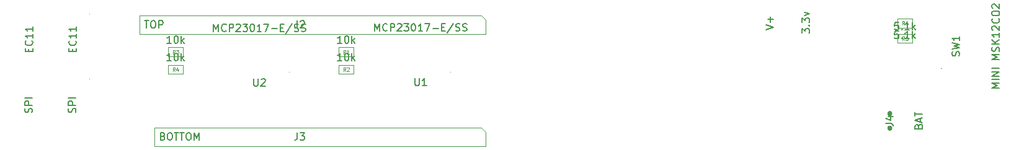
<source format=gbr>
G04 #@! TF.GenerationSoftware,KiCad,Pcbnew,8.0.3*
G04 #@! TF.CreationDate,2024-08-28T21:52:25+01:00*
G04 #@! TF.ProjectId,Seeed,53656565-642e-46b6-9963-61645f706362,rev?*
G04 #@! TF.SameCoordinates,Original*
G04 #@! TF.FileFunction,AssemblyDrawing,Top*
%FSLAX46Y46*%
G04 Gerber Fmt 4.6, Leading zero omitted, Abs format (unit mm)*
G04 Created by KiCad (PCBNEW 8.0.3) date 2024-08-28 21:52:25*
%MOMM*%
%LPD*%
G01*
G04 APERTURE LIST*
%ADD10C,0.150000*%
%ADD11C,0.080000*%
%ADD12C,0.100000*%
%ADD13C,0.060000*%
%ADD14C,0.350000*%
G04 APERTURE END LIST*
D10*
X119790476Y-98454819D02*
X120361904Y-98454819D01*
X120076190Y-99454819D02*
X120076190Y-98454819D01*
X120885714Y-98454819D02*
X121076190Y-98454819D01*
X121076190Y-98454819D02*
X121171428Y-98502438D01*
X121171428Y-98502438D02*
X121266666Y-98597676D01*
X121266666Y-98597676D02*
X121314285Y-98788152D01*
X121314285Y-98788152D02*
X121314285Y-99121485D01*
X121314285Y-99121485D02*
X121266666Y-99311961D01*
X121266666Y-99311961D02*
X121171428Y-99407200D01*
X121171428Y-99407200D02*
X121076190Y-99454819D01*
X121076190Y-99454819D02*
X120885714Y-99454819D01*
X120885714Y-99454819D02*
X120790476Y-99407200D01*
X120790476Y-99407200D02*
X120695238Y-99311961D01*
X120695238Y-99311961D02*
X120647619Y-99121485D01*
X120647619Y-99121485D02*
X120647619Y-98788152D01*
X120647619Y-98788152D02*
X120695238Y-98597676D01*
X120695238Y-98597676D02*
X120790476Y-98502438D01*
X120790476Y-98502438D02*
X120885714Y-98454819D01*
X121742857Y-99454819D02*
X121742857Y-98454819D01*
X121742857Y-98454819D02*
X122123809Y-98454819D01*
X122123809Y-98454819D02*
X122219047Y-98502438D01*
X122219047Y-98502438D02*
X122266666Y-98550057D01*
X122266666Y-98550057D02*
X122314285Y-98645295D01*
X122314285Y-98645295D02*
X122314285Y-98788152D01*
X122314285Y-98788152D02*
X122266666Y-98883390D01*
X122266666Y-98883390D02*
X122219047Y-98931009D01*
X122219047Y-98931009D02*
X122123809Y-98978628D01*
X122123809Y-98978628D02*
X121742857Y-98978628D01*
X140636665Y-98454819D02*
X140636665Y-99169104D01*
X140636665Y-99169104D02*
X140589046Y-99311961D01*
X140589046Y-99311961D02*
X140493808Y-99407200D01*
X140493808Y-99407200D02*
X140350951Y-99454819D01*
X140350951Y-99454819D02*
X140255713Y-99454819D01*
X141065237Y-98550057D02*
X141112856Y-98502438D01*
X141112856Y-98502438D02*
X141208094Y-98454819D01*
X141208094Y-98454819D02*
X141446189Y-98454819D01*
X141446189Y-98454819D02*
X141541427Y-98502438D01*
X141541427Y-98502438D02*
X141589046Y-98550057D01*
X141589046Y-98550057D02*
X141636665Y-98645295D01*
X141636665Y-98645295D02*
X141636665Y-98740533D01*
X141636665Y-98740533D02*
X141589046Y-98883390D01*
X141589046Y-98883390D02*
X141017618Y-99454819D01*
X141017618Y-99454819D02*
X141636665Y-99454819D01*
X104417200Y-110973808D02*
X104464819Y-110830951D01*
X104464819Y-110830951D02*
X104464819Y-110592856D01*
X104464819Y-110592856D02*
X104417200Y-110497618D01*
X104417200Y-110497618D02*
X104369580Y-110449999D01*
X104369580Y-110449999D02*
X104274342Y-110402380D01*
X104274342Y-110402380D02*
X104179104Y-110402380D01*
X104179104Y-110402380D02*
X104083866Y-110449999D01*
X104083866Y-110449999D02*
X104036247Y-110497618D01*
X104036247Y-110497618D02*
X103988628Y-110592856D01*
X103988628Y-110592856D02*
X103941009Y-110783332D01*
X103941009Y-110783332D02*
X103893390Y-110878570D01*
X103893390Y-110878570D02*
X103845771Y-110926189D01*
X103845771Y-110926189D02*
X103750533Y-110973808D01*
X103750533Y-110973808D02*
X103655295Y-110973808D01*
X103655295Y-110973808D02*
X103560057Y-110926189D01*
X103560057Y-110926189D02*
X103512438Y-110878570D01*
X103512438Y-110878570D02*
X103464819Y-110783332D01*
X103464819Y-110783332D02*
X103464819Y-110545237D01*
X103464819Y-110545237D02*
X103512438Y-110402380D01*
X104464819Y-109973808D02*
X103464819Y-109973808D01*
X103464819Y-109973808D02*
X103464819Y-109592856D01*
X103464819Y-109592856D02*
X103512438Y-109497618D01*
X103512438Y-109497618D02*
X103560057Y-109449999D01*
X103560057Y-109449999D02*
X103655295Y-109402380D01*
X103655295Y-109402380D02*
X103798152Y-109402380D01*
X103798152Y-109402380D02*
X103893390Y-109449999D01*
X103893390Y-109449999D02*
X103941009Y-109497618D01*
X103941009Y-109497618D02*
X103988628Y-109592856D01*
X103988628Y-109592856D02*
X103988628Y-109973808D01*
X104464819Y-108973808D02*
X103464819Y-108973808D01*
X110357200Y-110973808D02*
X110404819Y-110830951D01*
X110404819Y-110830951D02*
X110404819Y-110592856D01*
X110404819Y-110592856D02*
X110357200Y-110497618D01*
X110357200Y-110497618D02*
X110309580Y-110449999D01*
X110309580Y-110449999D02*
X110214342Y-110402380D01*
X110214342Y-110402380D02*
X110119104Y-110402380D01*
X110119104Y-110402380D02*
X110023866Y-110449999D01*
X110023866Y-110449999D02*
X109976247Y-110497618D01*
X109976247Y-110497618D02*
X109928628Y-110592856D01*
X109928628Y-110592856D02*
X109881009Y-110783332D01*
X109881009Y-110783332D02*
X109833390Y-110878570D01*
X109833390Y-110878570D02*
X109785771Y-110926189D01*
X109785771Y-110926189D02*
X109690533Y-110973808D01*
X109690533Y-110973808D02*
X109595295Y-110973808D01*
X109595295Y-110973808D02*
X109500057Y-110926189D01*
X109500057Y-110926189D02*
X109452438Y-110878570D01*
X109452438Y-110878570D02*
X109404819Y-110783332D01*
X109404819Y-110783332D02*
X109404819Y-110545237D01*
X109404819Y-110545237D02*
X109452438Y-110402380D01*
X110404819Y-109973808D02*
X109404819Y-109973808D01*
X109404819Y-109973808D02*
X109404819Y-109592856D01*
X109404819Y-109592856D02*
X109452438Y-109497618D01*
X109452438Y-109497618D02*
X109500057Y-109449999D01*
X109500057Y-109449999D02*
X109595295Y-109402380D01*
X109595295Y-109402380D02*
X109738152Y-109402380D01*
X109738152Y-109402380D02*
X109833390Y-109449999D01*
X109833390Y-109449999D02*
X109881009Y-109497618D01*
X109881009Y-109497618D02*
X109928628Y-109592856D01*
X109928628Y-109592856D02*
X109928628Y-109973808D01*
X110404819Y-108973808D02*
X109404819Y-108973808D01*
X103991009Y-102666666D02*
X103991009Y-102333333D01*
X104514819Y-102190476D02*
X104514819Y-102666666D01*
X104514819Y-102666666D02*
X103514819Y-102666666D01*
X103514819Y-102666666D02*
X103514819Y-102190476D01*
X104419580Y-101190476D02*
X104467200Y-101238095D01*
X104467200Y-101238095D02*
X104514819Y-101380952D01*
X104514819Y-101380952D02*
X104514819Y-101476190D01*
X104514819Y-101476190D02*
X104467200Y-101619047D01*
X104467200Y-101619047D02*
X104371961Y-101714285D01*
X104371961Y-101714285D02*
X104276723Y-101761904D01*
X104276723Y-101761904D02*
X104086247Y-101809523D01*
X104086247Y-101809523D02*
X103943390Y-101809523D01*
X103943390Y-101809523D02*
X103752914Y-101761904D01*
X103752914Y-101761904D02*
X103657676Y-101714285D01*
X103657676Y-101714285D02*
X103562438Y-101619047D01*
X103562438Y-101619047D02*
X103514819Y-101476190D01*
X103514819Y-101476190D02*
X103514819Y-101380952D01*
X103514819Y-101380952D02*
X103562438Y-101238095D01*
X103562438Y-101238095D02*
X103610057Y-101190476D01*
X104514819Y-100238095D02*
X104514819Y-100809523D01*
X104514819Y-100523809D02*
X103514819Y-100523809D01*
X103514819Y-100523809D02*
X103657676Y-100619047D01*
X103657676Y-100619047D02*
X103752914Y-100714285D01*
X103752914Y-100714285D02*
X103800533Y-100809523D01*
X104514819Y-99285714D02*
X104514819Y-99857142D01*
X104514819Y-99571428D02*
X103514819Y-99571428D01*
X103514819Y-99571428D02*
X103657676Y-99666666D01*
X103657676Y-99666666D02*
X103752914Y-99761904D01*
X103752914Y-99761904D02*
X103800533Y-99857142D01*
X109931009Y-102666666D02*
X109931009Y-102333333D01*
X110454819Y-102190476D02*
X110454819Y-102666666D01*
X110454819Y-102666666D02*
X109454819Y-102666666D01*
X109454819Y-102666666D02*
X109454819Y-102190476D01*
X110359580Y-101190476D02*
X110407200Y-101238095D01*
X110407200Y-101238095D02*
X110454819Y-101380952D01*
X110454819Y-101380952D02*
X110454819Y-101476190D01*
X110454819Y-101476190D02*
X110407200Y-101619047D01*
X110407200Y-101619047D02*
X110311961Y-101714285D01*
X110311961Y-101714285D02*
X110216723Y-101761904D01*
X110216723Y-101761904D02*
X110026247Y-101809523D01*
X110026247Y-101809523D02*
X109883390Y-101809523D01*
X109883390Y-101809523D02*
X109692914Y-101761904D01*
X109692914Y-101761904D02*
X109597676Y-101714285D01*
X109597676Y-101714285D02*
X109502438Y-101619047D01*
X109502438Y-101619047D02*
X109454819Y-101476190D01*
X109454819Y-101476190D02*
X109454819Y-101380952D01*
X109454819Y-101380952D02*
X109502438Y-101238095D01*
X109502438Y-101238095D02*
X109550057Y-101190476D01*
X110454819Y-100238095D02*
X110454819Y-100809523D01*
X110454819Y-100523809D02*
X109454819Y-100523809D01*
X109454819Y-100523809D02*
X109597676Y-100619047D01*
X109597676Y-100619047D02*
X109692914Y-100714285D01*
X109692914Y-100714285D02*
X109740533Y-100809523D01*
X110454819Y-99285714D02*
X110454819Y-99857142D01*
X110454819Y-99571428D02*
X109454819Y-99571428D01*
X109454819Y-99571428D02*
X109597676Y-99666666D01*
X109597676Y-99666666D02*
X109692914Y-99761904D01*
X109692914Y-99761904D02*
X109740533Y-99857142D01*
X225451009Y-112868095D02*
X225498628Y-112725238D01*
X225498628Y-112725238D02*
X225546247Y-112677619D01*
X225546247Y-112677619D02*
X225641485Y-112630000D01*
X225641485Y-112630000D02*
X225784342Y-112630000D01*
X225784342Y-112630000D02*
X225879580Y-112677619D01*
X225879580Y-112677619D02*
X225927200Y-112725238D01*
X225927200Y-112725238D02*
X225974819Y-112820476D01*
X225974819Y-112820476D02*
X225974819Y-113201428D01*
X225974819Y-113201428D02*
X224974819Y-113201428D01*
X224974819Y-113201428D02*
X224974819Y-112868095D01*
X224974819Y-112868095D02*
X225022438Y-112772857D01*
X225022438Y-112772857D02*
X225070057Y-112725238D01*
X225070057Y-112725238D02*
X225165295Y-112677619D01*
X225165295Y-112677619D02*
X225260533Y-112677619D01*
X225260533Y-112677619D02*
X225355771Y-112725238D01*
X225355771Y-112725238D02*
X225403390Y-112772857D01*
X225403390Y-112772857D02*
X225451009Y-112868095D01*
X225451009Y-112868095D02*
X225451009Y-113201428D01*
X225689104Y-112249047D02*
X225689104Y-111772857D01*
X225974819Y-112344285D02*
X224974819Y-112010952D01*
X224974819Y-112010952D02*
X225974819Y-111677619D01*
X224974819Y-111487142D02*
X224974819Y-110915714D01*
X225974819Y-111201428D02*
X224974819Y-111201428D01*
X220974819Y-112463333D02*
X221689104Y-112463333D01*
X221689104Y-112463333D02*
X221831961Y-112510952D01*
X221831961Y-112510952D02*
X221927200Y-112606190D01*
X221927200Y-112606190D02*
X221974819Y-112749047D01*
X221974819Y-112749047D02*
X221974819Y-112844285D01*
X221308152Y-111558571D02*
X221974819Y-111558571D01*
X220927200Y-111796666D02*
X221641485Y-112034761D01*
X221641485Y-112034761D02*
X221641485Y-111415714D01*
X146724761Y-103910019D02*
X146153333Y-103910019D01*
X146439047Y-103910019D02*
X146439047Y-102910019D01*
X146439047Y-102910019D02*
X146343809Y-103052876D01*
X146343809Y-103052876D02*
X146248571Y-103148114D01*
X146248571Y-103148114D02*
X146153333Y-103195733D01*
X147343809Y-102910019D02*
X147439047Y-102910019D01*
X147439047Y-102910019D02*
X147534285Y-102957638D01*
X147534285Y-102957638D02*
X147581904Y-103005257D01*
X147581904Y-103005257D02*
X147629523Y-103100495D01*
X147629523Y-103100495D02*
X147677142Y-103290971D01*
X147677142Y-103290971D02*
X147677142Y-103529066D01*
X147677142Y-103529066D02*
X147629523Y-103719542D01*
X147629523Y-103719542D02*
X147581904Y-103814780D01*
X147581904Y-103814780D02*
X147534285Y-103862400D01*
X147534285Y-103862400D02*
X147439047Y-103910019D01*
X147439047Y-103910019D02*
X147343809Y-103910019D01*
X147343809Y-103910019D02*
X147248571Y-103862400D01*
X147248571Y-103862400D02*
X147200952Y-103814780D01*
X147200952Y-103814780D02*
X147153333Y-103719542D01*
X147153333Y-103719542D02*
X147105714Y-103529066D01*
X147105714Y-103529066D02*
X147105714Y-103290971D01*
X147105714Y-103290971D02*
X147153333Y-103100495D01*
X147153333Y-103100495D02*
X147200952Y-103005257D01*
X147200952Y-103005257D02*
X147248571Y-102957638D01*
X147248571Y-102957638D02*
X147343809Y-102910019D01*
X148105714Y-103910019D02*
X148105714Y-102910019D01*
X148200952Y-103529066D02*
X148486666Y-103910019D01*
X148486666Y-103243352D02*
X148105714Y-103624304D01*
D11*
X147236666Y-105332349D02*
X147070000Y-105094254D01*
X146950952Y-105332349D02*
X146950952Y-104832349D01*
X146950952Y-104832349D02*
X147141428Y-104832349D01*
X147141428Y-104832349D02*
X147189047Y-104856159D01*
X147189047Y-104856159D02*
X147212857Y-104879968D01*
X147212857Y-104879968D02*
X147236666Y-104927587D01*
X147236666Y-104927587D02*
X147236666Y-104999016D01*
X147236666Y-104999016D02*
X147212857Y-105046635D01*
X147212857Y-105046635D02*
X147189047Y-105070444D01*
X147189047Y-105070444D02*
X147141428Y-105094254D01*
X147141428Y-105094254D02*
X146950952Y-105094254D01*
X147427143Y-104879968D02*
X147450952Y-104856159D01*
X147450952Y-104856159D02*
X147498571Y-104832349D01*
X147498571Y-104832349D02*
X147617619Y-104832349D01*
X147617619Y-104832349D02*
X147665238Y-104856159D01*
X147665238Y-104856159D02*
X147689047Y-104879968D01*
X147689047Y-104879968D02*
X147712857Y-104927587D01*
X147712857Y-104927587D02*
X147712857Y-104975206D01*
X147712857Y-104975206D02*
X147689047Y-105046635D01*
X147689047Y-105046635D02*
X147403333Y-105332349D01*
X147403333Y-105332349D02*
X147712857Y-105332349D01*
D10*
X222709047Y-98674819D02*
X222232857Y-98674819D01*
X222232857Y-98674819D02*
X222185238Y-99151009D01*
X222185238Y-99151009D02*
X222232857Y-99103390D01*
X222232857Y-99103390D02*
X222328095Y-99055771D01*
X222328095Y-99055771D02*
X222566190Y-99055771D01*
X222566190Y-99055771D02*
X222661428Y-99103390D01*
X222661428Y-99103390D02*
X222709047Y-99151009D01*
X222709047Y-99151009D02*
X222756666Y-99246247D01*
X222756666Y-99246247D02*
X222756666Y-99484342D01*
X222756666Y-99484342D02*
X222709047Y-99579580D01*
X222709047Y-99579580D02*
X222661428Y-99627200D01*
X222661428Y-99627200D02*
X222566190Y-99674819D01*
X222566190Y-99674819D02*
X222328095Y-99674819D01*
X222328095Y-99674819D02*
X222232857Y-99627200D01*
X222232857Y-99627200D02*
X222185238Y-99579580D01*
X223185238Y-99579580D02*
X223232857Y-99627200D01*
X223232857Y-99627200D02*
X223185238Y-99674819D01*
X223185238Y-99674819D02*
X223137619Y-99627200D01*
X223137619Y-99627200D02*
X223185238Y-99579580D01*
X223185238Y-99579580D02*
X223185238Y-99674819D01*
X224185237Y-99674819D02*
X223613809Y-99674819D01*
X223899523Y-99674819D02*
X223899523Y-98674819D01*
X223899523Y-98674819D02*
X223804285Y-98817676D01*
X223804285Y-98817676D02*
X223709047Y-98912914D01*
X223709047Y-98912914D02*
X223613809Y-98960533D01*
X224613809Y-99674819D02*
X224613809Y-98674819D01*
X224709047Y-99293866D02*
X224994761Y-99674819D01*
X224994761Y-99008152D02*
X224613809Y-99389104D01*
D11*
X223506666Y-101097149D02*
X223340000Y-100859054D01*
X223220952Y-101097149D02*
X223220952Y-100597149D01*
X223220952Y-100597149D02*
X223411428Y-100597149D01*
X223411428Y-100597149D02*
X223459047Y-100620959D01*
X223459047Y-100620959D02*
X223482857Y-100644768D01*
X223482857Y-100644768D02*
X223506666Y-100692387D01*
X223506666Y-100692387D02*
X223506666Y-100763816D01*
X223506666Y-100763816D02*
X223482857Y-100811435D01*
X223482857Y-100811435D02*
X223459047Y-100835244D01*
X223459047Y-100835244D02*
X223411428Y-100859054D01*
X223411428Y-100859054D02*
X223220952Y-100859054D01*
X223959047Y-100597149D02*
X223720952Y-100597149D01*
X223720952Y-100597149D02*
X223697143Y-100835244D01*
X223697143Y-100835244D02*
X223720952Y-100811435D01*
X223720952Y-100811435D02*
X223768571Y-100787625D01*
X223768571Y-100787625D02*
X223887619Y-100787625D01*
X223887619Y-100787625D02*
X223935238Y-100811435D01*
X223935238Y-100811435D02*
X223959047Y-100835244D01*
X223959047Y-100835244D02*
X223982857Y-100882863D01*
X223982857Y-100882863D02*
X223982857Y-101001911D01*
X223982857Y-101001911D02*
X223959047Y-101049530D01*
X223959047Y-101049530D02*
X223935238Y-101073340D01*
X223935238Y-101073340D02*
X223887619Y-101097149D01*
X223887619Y-101097149D02*
X223768571Y-101097149D01*
X223768571Y-101097149D02*
X223720952Y-101073340D01*
X223720952Y-101073340D02*
X223697143Y-101049530D01*
D10*
X123432361Y-103910019D02*
X122860933Y-103910019D01*
X123146647Y-103910019D02*
X123146647Y-102910019D01*
X123146647Y-102910019D02*
X123051409Y-103052876D01*
X123051409Y-103052876D02*
X122956171Y-103148114D01*
X122956171Y-103148114D02*
X122860933Y-103195733D01*
X124051409Y-102910019D02*
X124146647Y-102910019D01*
X124146647Y-102910019D02*
X124241885Y-102957638D01*
X124241885Y-102957638D02*
X124289504Y-103005257D01*
X124289504Y-103005257D02*
X124337123Y-103100495D01*
X124337123Y-103100495D02*
X124384742Y-103290971D01*
X124384742Y-103290971D02*
X124384742Y-103529066D01*
X124384742Y-103529066D02*
X124337123Y-103719542D01*
X124337123Y-103719542D02*
X124289504Y-103814780D01*
X124289504Y-103814780D02*
X124241885Y-103862400D01*
X124241885Y-103862400D02*
X124146647Y-103910019D01*
X124146647Y-103910019D02*
X124051409Y-103910019D01*
X124051409Y-103910019D02*
X123956171Y-103862400D01*
X123956171Y-103862400D02*
X123908552Y-103814780D01*
X123908552Y-103814780D02*
X123860933Y-103719542D01*
X123860933Y-103719542D02*
X123813314Y-103529066D01*
X123813314Y-103529066D02*
X123813314Y-103290971D01*
X123813314Y-103290971D02*
X123860933Y-103100495D01*
X123860933Y-103100495D02*
X123908552Y-103005257D01*
X123908552Y-103005257D02*
X123956171Y-102957638D01*
X123956171Y-102957638D02*
X124051409Y-102910019D01*
X124813314Y-103910019D02*
X124813314Y-102910019D01*
X124908552Y-103529066D02*
X125194266Y-103910019D01*
X125194266Y-103243352D02*
X124813314Y-103624304D01*
D11*
X123944266Y-105332349D02*
X123777600Y-105094254D01*
X123658552Y-105332349D02*
X123658552Y-104832349D01*
X123658552Y-104832349D02*
X123849028Y-104832349D01*
X123849028Y-104832349D02*
X123896647Y-104856159D01*
X123896647Y-104856159D02*
X123920457Y-104879968D01*
X123920457Y-104879968D02*
X123944266Y-104927587D01*
X123944266Y-104927587D02*
X123944266Y-104999016D01*
X123944266Y-104999016D02*
X123920457Y-105046635D01*
X123920457Y-105046635D02*
X123896647Y-105070444D01*
X123896647Y-105070444D02*
X123849028Y-105094254D01*
X123849028Y-105094254D02*
X123658552Y-105094254D01*
X124372838Y-104999016D02*
X124372838Y-105332349D01*
X124253790Y-104808540D02*
X124134743Y-105165682D01*
X124134743Y-105165682D02*
X124444266Y-105165682D01*
D10*
X151218095Y-99854818D02*
X151218095Y-98854818D01*
X151218095Y-98854818D02*
X151551428Y-99569103D01*
X151551428Y-99569103D02*
X151884761Y-98854818D01*
X151884761Y-98854818D02*
X151884761Y-99854818D01*
X152932380Y-99759579D02*
X152884761Y-99807199D01*
X152884761Y-99807199D02*
X152741904Y-99854818D01*
X152741904Y-99854818D02*
X152646666Y-99854818D01*
X152646666Y-99854818D02*
X152503809Y-99807199D01*
X152503809Y-99807199D02*
X152408571Y-99711960D01*
X152408571Y-99711960D02*
X152360952Y-99616722D01*
X152360952Y-99616722D02*
X152313333Y-99426246D01*
X152313333Y-99426246D02*
X152313333Y-99283389D01*
X152313333Y-99283389D02*
X152360952Y-99092913D01*
X152360952Y-99092913D02*
X152408571Y-98997675D01*
X152408571Y-98997675D02*
X152503809Y-98902437D01*
X152503809Y-98902437D02*
X152646666Y-98854818D01*
X152646666Y-98854818D02*
X152741904Y-98854818D01*
X152741904Y-98854818D02*
X152884761Y-98902437D01*
X152884761Y-98902437D02*
X152932380Y-98950056D01*
X153360952Y-99854818D02*
X153360952Y-98854818D01*
X153360952Y-98854818D02*
X153741904Y-98854818D01*
X153741904Y-98854818D02*
X153837142Y-98902437D01*
X153837142Y-98902437D02*
X153884761Y-98950056D01*
X153884761Y-98950056D02*
X153932380Y-99045294D01*
X153932380Y-99045294D02*
X153932380Y-99188151D01*
X153932380Y-99188151D02*
X153884761Y-99283389D01*
X153884761Y-99283389D02*
X153837142Y-99331008D01*
X153837142Y-99331008D02*
X153741904Y-99378627D01*
X153741904Y-99378627D02*
X153360952Y-99378627D01*
X154313333Y-98950056D02*
X154360952Y-98902437D01*
X154360952Y-98902437D02*
X154456190Y-98854818D01*
X154456190Y-98854818D02*
X154694285Y-98854818D01*
X154694285Y-98854818D02*
X154789523Y-98902437D01*
X154789523Y-98902437D02*
X154837142Y-98950056D01*
X154837142Y-98950056D02*
X154884761Y-99045294D01*
X154884761Y-99045294D02*
X154884761Y-99140532D01*
X154884761Y-99140532D02*
X154837142Y-99283389D01*
X154837142Y-99283389D02*
X154265714Y-99854818D01*
X154265714Y-99854818D02*
X154884761Y-99854818D01*
X155218095Y-98854818D02*
X155837142Y-98854818D01*
X155837142Y-98854818D02*
X155503809Y-99235770D01*
X155503809Y-99235770D02*
X155646666Y-99235770D01*
X155646666Y-99235770D02*
X155741904Y-99283389D01*
X155741904Y-99283389D02*
X155789523Y-99331008D01*
X155789523Y-99331008D02*
X155837142Y-99426246D01*
X155837142Y-99426246D02*
X155837142Y-99664341D01*
X155837142Y-99664341D02*
X155789523Y-99759579D01*
X155789523Y-99759579D02*
X155741904Y-99807199D01*
X155741904Y-99807199D02*
X155646666Y-99854818D01*
X155646666Y-99854818D02*
X155360952Y-99854818D01*
X155360952Y-99854818D02*
X155265714Y-99807199D01*
X155265714Y-99807199D02*
X155218095Y-99759579D01*
X156456190Y-98854818D02*
X156551428Y-98854818D01*
X156551428Y-98854818D02*
X156646666Y-98902437D01*
X156646666Y-98902437D02*
X156694285Y-98950056D01*
X156694285Y-98950056D02*
X156741904Y-99045294D01*
X156741904Y-99045294D02*
X156789523Y-99235770D01*
X156789523Y-99235770D02*
X156789523Y-99473865D01*
X156789523Y-99473865D02*
X156741904Y-99664341D01*
X156741904Y-99664341D02*
X156694285Y-99759579D01*
X156694285Y-99759579D02*
X156646666Y-99807199D01*
X156646666Y-99807199D02*
X156551428Y-99854818D01*
X156551428Y-99854818D02*
X156456190Y-99854818D01*
X156456190Y-99854818D02*
X156360952Y-99807199D01*
X156360952Y-99807199D02*
X156313333Y-99759579D01*
X156313333Y-99759579D02*
X156265714Y-99664341D01*
X156265714Y-99664341D02*
X156218095Y-99473865D01*
X156218095Y-99473865D02*
X156218095Y-99235770D01*
X156218095Y-99235770D02*
X156265714Y-99045294D01*
X156265714Y-99045294D02*
X156313333Y-98950056D01*
X156313333Y-98950056D02*
X156360952Y-98902437D01*
X156360952Y-98902437D02*
X156456190Y-98854818D01*
X157741904Y-99854818D02*
X157170476Y-99854818D01*
X157456190Y-99854818D02*
X157456190Y-98854818D01*
X157456190Y-98854818D02*
X157360952Y-98997675D01*
X157360952Y-98997675D02*
X157265714Y-99092913D01*
X157265714Y-99092913D02*
X157170476Y-99140532D01*
X158075238Y-98854818D02*
X158741904Y-98854818D01*
X158741904Y-98854818D02*
X158313333Y-99854818D01*
X159122857Y-99473865D02*
X159884762Y-99473865D01*
X160360952Y-99331008D02*
X160694285Y-99331008D01*
X160837142Y-99854818D02*
X160360952Y-99854818D01*
X160360952Y-99854818D02*
X160360952Y-98854818D01*
X160360952Y-98854818D02*
X160837142Y-98854818D01*
X161979999Y-98807199D02*
X161122857Y-100092913D01*
X162265714Y-99807199D02*
X162408571Y-99854818D01*
X162408571Y-99854818D02*
X162646666Y-99854818D01*
X162646666Y-99854818D02*
X162741904Y-99807199D01*
X162741904Y-99807199D02*
X162789523Y-99759579D01*
X162789523Y-99759579D02*
X162837142Y-99664341D01*
X162837142Y-99664341D02*
X162837142Y-99569103D01*
X162837142Y-99569103D02*
X162789523Y-99473865D01*
X162789523Y-99473865D02*
X162741904Y-99426246D01*
X162741904Y-99426246D02*
X162646666Y-99378627D01*
X162646666Y-99378627D02*
X162456190Y-99331008D01*
X162456190Y-99331008D02*
X162360952Y-99283389D01*
X162360952Y-99283389D02*
X162313333Y-99235770D01*
X162313333Y-99235770D02*
X162265714Y-99140532D01*
X162265714Y-99140532D02*
X162265714Y-99045294D01*
X162265714Y-99045294D02*
X162313333Y-98950056D01*
X162313333Y-98950056D02*
X162360952Y-98902437D01*
X162360952Y-98902437D02*
X162456190Y-98854818D01*
X162456190Y-98854818D02*
X162694285Y-98854818D01*
X162694285Y-98854818D02*
X162837142Y-98902437D01*
X163218095Y-99807199D02*
X163360952Y-99854818D01*
X163360952Y-99854818D02*
X163599047Y-99854818D01*
X163599047Y-99854818D02*
X163694285Y-99807199D01*
X163694285Y-99807199D02*
X163741904Y-99759579D01*
X163741904Y-99759579D02*
X163789523Y-99664341D01*
X163789523Y-99664341D02*
X163789523Y-99569103D01*
X163789523Y-99569103D02*
X163741904Y-99473865D01*
X163741904Y-99473865D02*
X163694285Y-99426246D01*
X163694285Y-99426246D02*
X163599047Y-99378627D01*
X163599047Y-99378627D02*
X163408571Y-99331008D01*
X163408571Y-99331008D02*
X163313333Y-99283389D01*
X163313333Y-99283389D02*
X163265714Y-99235770D01*
X163265714Y-99235770D02*
X163218095Y-99140532D01*
X163218095Y-99140532D02*
X163218095Y-99045294D01*
X163218095Y-99045294D02*
X163265714Y-98950056D01*
X163265714Y-98950056D02*
X163313333Y-98902437D01*
X163313333Y-98902437D02*
X163408571Y-98854818D01*
X163408571Y-98854818D02*
X163646666Y-98854818D01*
X163646666Y-98854818D02*
X163789523Y-98902437D01*
X156718095Y-106314819D02*
X156718095Y-107124342D01*
X156718095Y-107124342D02*
X156765714Y-107219580D01*
X156765714Y-107219580D02*
X156813333Y-107267200D01*
X156813333Y-107267200D02*
X156908571Y-107314819D01*
X156908571Y-107314819D02*
X157099047Y-107314819D01*
X157099047Y-107314819D02*
X157194285Y-107267200D01*
X157194285Y-107267200D02*
X157241904Y-107219580D01*
X157241904Y-107219580D02*
X157289523Y-107124342D01*
X157289523Y-107124342D02*
X157289523Y-106314819D01*
X158289523Y-107314819D02*
X157718095Y-107314819D01*
X158003809Y-107314819D02*
X158003809Y-106314819D01*
X158003809Y-106314819D02*
X157908571Y-106457676D01*
X157908571Y-106457676D02*
X157813333Y-106552914D01*
X157813333Y-106552914D02*
X157718095Y-106600533D01*
X146724761Y-101522419D02*
X146153333Y-101522419D01*
X146439047Y-101522419D02*
X146439047Y-100522419D01*
X146439047Y-100522419D02*
X146343809Y-100665276D01*
X146343809Y-100665276D02*
X146248571Y-100760514D01*
X146248571Y-100760514D02*
X146153333Y-100808133D01*
X147343809Y-100522419D02*
X147439047Y-100522419D01*
X147439047Y-100522419D02*
X147534285Y-100570038D01*
X147534285Y-100570038D02*
X147581904Y-100617657D01*
X147581904Y-100617657D02*
X147629523Y-100712895D01*
X147629523Y-100712895D02*
X147677142Y-100903371D01*
X147677142Y-100903371D02*
X147677142Y-101141466D01*
X147677142Y-101141466D02*
X147629523Y-101331942D01*
X147629523Y-101331942D02*
X147581904Y-101427180D01*
X147581904Y-101427180D02*
X147534285Y-101474800D01*
X147534285Y-101474800D02*
X147439047Y-101522419D01*
X147439047Y-101522419D02*
X147343809Y-101522419D01*
X147343809Y-101522419D02*
X147248571Y-101474800D01*
X147248571Y-101474800D02*
X147200952Y-101427180D01*
X147200952Y-101427180D02*
X147153333Y-101331942D01*
X147153333Y-101331942D02*
X147105714Y-101141466D01*
X147105714Y-101141466D02*
X147105714Y-100903371D01*
X147105714Y-100903371D02*
X147153333Y-100712895D01*
X147153333Y-100712895D02*
X147200952Y-100617657D01*
X147200952Y-100617657D02*
X147248571Y-100570038D01*
X147248571Y-100570038D02*
X147343809Y-100522419D01*
X148105714Y-101522419D02*
X148105714Y-100522419D01*
X148200952Y-101141466D02*
X148486666Y-101522419D01*
X148486666Y-100855752D02*
X148105714Y-101236704D01*
D11*
X147236666Y-102944749D02*
X147070000Y-102706654D01*
X146950952Y-102944749D02*
X146950952Y-102444749D01*
X146950952Y-102444749D02*
X147141428Y-102444749D01*
X147141428Y-102444749D02*
X147189047Y-102468559D01*
X147189047Y-102468559D02*
X147212857Y-102492368D01*
X147212857Y-102492368D02*
X147236666Y-102539987D01*
X147236666Y-102539987D02*
X147236666Y-102611416D01*
X147236666Y-102611416D02*
X147212857Y-102659035D01*
X147212857Y-102659035D02*
X147189047Y-102682844D01*
X147189047Y-102682844D02*
X147141428Y-102706654D01*
X147141428Y-102706654D02*
X146950952Y-102706654D01*
X147712857Y-102944749D02*
X147427143Y-102944749D01*
X147570000Y-102944749D02*
X147570000Y-102444749D01*
X147570000Y-102444749D02*
X147522381Y-102516178D01*
X147522381Y-102516178D02*
X147474762Y-102563797D01*
X147474762Y-102563797D02*
X147427143Y-102587606D01*
D10*
X123432361Y-101522419D02*
X122860933Y-101522419D01*
X123146647Y-101522419D02*
X123146647Y-100522419D01*
X123146647Y-100522419D02*
X123051409Y-100665276D01*
X123051409Y-100665276D02*
X122956171Y-100760514D01*
X122956171Y-100760514D02*
X122860933Y-100808133D01*
X124051409Y-100522419D02*
X124146647Y-100522419D01*
X124146647Y-100522419D02*
X124241885Y-100570038D01*
X124241885Y-100570038D02*
X124289504Y-100617657D01*
X124289504Y-100617657D02*
X124337123Y-100712895D01*
X124337123Y-100712895D02*
X124384742Y-100903371D01*
X124384742Y-100903371D02*
X124384742Y-101141466D01*
X124384742Y-101141466D02*
X124337123Y-101331942D01*
X124337123Y-101331942D02*
X124289504Y-101427180D01*
X124289504Y-101427180D02*
X124241885Y-101474800D01*
X124241885Y-101474800D02*
X124146647Y-101522419D01*
X124146647Y-101522419D02*
X124051409Y-101522419D01*
X124051409Y-101522419D02*
X123956171Y-101474800D01*
X123956171Y-101474800D02*
X123908552Y-101427180D01*
X123908552Y-101427180D02*
X123860933Y-101331942D01*
X123860933Y-101331942D02*
X123813314Y-101141466D01*
X123813314Y-101141466D02*
X123813314Y-100903371D01*
X123813314Y-100903371D02*
X123860933Y-100712895D01*
X123860933Y-100712895D02*
X123908552Y-100617657D01*
X123908552Y-100617657D02*
X123956171Y-100570038D01*
X123956171Y-100570038D02*
X124051409Y-100522419D01*
X124813314Y-101522419D02*
X124813314Y-100522419D01*
X124908552Y-101141466D02*
X125194266Y-101522419D01*
X125194266Y-100855752D02*
X124813314Y-101236704D01*
D11*
X123944266Y-102944749D02*
X123777600Y-102706654D01*
X123658552Y-102944749D02*
X123658552Y-102444749D01*
X123658552Y-102444749D02*
X123849028Y-102444749D01*
X123849028Y-102444749D02*
X123896647Y-102468559D01*
X123896647Y-102468559D02*
X123920457Y-102492368D01*
X123920457Y-102492368D02*
X123944266Y-102539987D01*
X123944266Y-102539987D02*
X123944266Y-102611416D01*
X123944266Y-102611416D02*
X123920457Y-102659035D01*
X123920457Y-102659035D02*
X123896647Y-102682844D01*
X123896647Y-102682844D02*
X123849028Y-102706654D01*
X123849028Y-102706654D02*
X123658552Y-102706654D01*
X124110933Y-102444749D02*
X124420457Y-102444749D01*
X124420457Y-102444749D02*
X124253790Y-102635225D01*
X124253790Y-102635225D02*
X124325219Y-102635225D01*
X124325219Y-102635225D02*
X124372838Y-102659035D01*
X124372838Y-102659035D02*
X124396647Y-102682844D01*
X124396647Y-102682844D02*
X124420457Y-102730463D01*
X124420457Y-102730463D02*
X124420457Y-102849511D01*
X124420457Y-102849511D02*
X124396647Y-102897130D01*
X124396647Y-102897130D02*
X124372838Y-102920940D01*
X124372838Y-102920940D02*
X124325219Y-102944749D01*
X124325219Y-102944749D02*
X124182362Y-102944749D01*
X124182362Y-102944749D02*
X124134743Y-102920940D01*
X124134743Y-102920940D02*
X124110933Y-102897130D01*
D10*
X236474819Y-107634284D02*
X235474819Y-107634284D01*
X235474819Y-107634284D02*
X236189104Y-107300951D01*
X236189104Y-107300951D02*
X235474819Y-106967618D01*
X235474819Y-106967618D02*
X236474819Y-106967618D01*
X236474819Y-106491427D02*
X235474819Y-106491427D01*
X236474819Y-106015237D02*
X235474819Y-106015237D01*
X235474819Y-106015237D02*
X236474819Y-105443809D01*
X236474819Y-105443809D02*
X235474819Y-105443809D01*
X236474819Y-104967618D02*
X235474819Y-104967618D01*
X236474819Y-103729523D02*
X235474819Y-103729523D01*
X235474819Y-103729523D02*
X236189104Y-103396190D01*
X236189104Y-103396190D02*
X235474819Y-103062857D01*
X235474819Y-103062857D02*
X236474819Y-103062857D01*
X236427200Y-102634285D02*
X236474819Y-102491428D01*
X236474819Y-102491428D02*
X236474819Y-102253333D01*
X236474819Y-102253333D02*
X236427200Y-102158095D01*
X236427200Y-102158095D02*
X236379580Y-102110476D01*
X236379580Y-102110476D02*
X236284342Y-102062857D01*
X236284342Y-102062857D02*
X236189104Y-102062857D01*
X236189104Y-102062857D02*
X236093866Y-102110476D01*
X236093866Y-102110476D02*
X236046247Y-102158095D01*
X236046247Y-102158095D02*
X235998628Y-102253333D01*
X235998628Y-102253333D02*
X235951009Y-102443809D01*
X235951009Y-102443809D02*
X235903390Y-102539047D01*
X235903390Y-102539047D02*
X235855771Y-102586666D01*
X235855771Y-102586666D02*
X235760533Y-102634285D01*
X235760533Y-102634285D02*
X235665295Y-102634285D01*
X235665295Y-102634285D02*
X235570057Y-102586666D01*
X235570057Y-102586666D02*
X235522438Y-102539047D01*
X235522438Y-102539047D02*
X235474819Y-102443809D01*
X235474819Y-102443809D02*
X235474819Y-102205714D01*
X235474819Y-102205714D02*
X235522438Y-102062857D01*
X236474819Y-101634285D02*
X235474819Y-101634285D01*
X236474819Y-101062857D02*
X235903390Y-101491428D01*
X235474819Y-101062857D02*
X236046247Y-101634285D01*
X236474819Y-100110476D02*
X236474819Y-100681904D01*
X236474819Y-100396190D02*
X235474819Y-100396190D01*
X235474819Y-100396190D02*
X235617676Y-100491428D01*
X235617676Y-100491428D02*
X235712914Y-100586666D01*
X235712914Y-100586666D02*
X235760533Y-100681904D01*
X235570057Y-99729523D02*
X235522438Y-99681904D01*
X235522438Y-99681904D02*
X235474819Y-99586666D01*
X235474819Y-99586666D02*
X235474819Y-99348571D01*
X235474819Y-99348571D02*
X235522438Y-99253333D01*
X235522438Y-99253333D02*
X235570057Y-99205714D01*
X235570057Y-99205714D02*
X235665295Y-99158095D01*
X235665295Y-99158095D02*
X235760533Y-99158095D01*
X235760533Y-99158095D02*
X235903390Y-99205714D01*
X235903390Y-99205714D02*
X236474819Y-99777142D01*
X236474819Y-99777142D02*
X236474819Y-99158095D01*
X236379580Y-98158095D02*
X236427200Y-98205714D01*
X236427200Y-98205714D02*
X236474819Y-98348571D01*
X236474819Y-98348571D02*
X236474819Y-98443809D01*
X236474819Y-98443809D02*
X236427200Y-98586666D01*
X236427200Y-98586666D02*
X236331961Y-98681904D01*
X236331961Y-98681904D02*
X236236723Y-98729523D01*
X236236723Y-98729523D02*
X236046247Y-98777142D01*
X236046247Y-98777142D02*
X235903390Y-98777142D01*
X235903390Y-98777142D02*
X235712914Y-98729523D01*
X235712914Y-98729523D02*
X235617676Y-98681904D01*
X235617676Y-98681904D02*
X235522438Y-98586666D01*
X235522438Y-98586666D02*
X235474819Y-98443809D01*
X235474819Y-98443809D02*
X235474819Y-98348571D01*
X235474819Y-98348571D02*
X235522438Y-98205714D01*
X235522438Y-98205714D02*
X235570057Y-98158095D01*
X235474819Y-97539047D02*
X235474819Y-97348571D01*
X235474819Y-97348571D02*
X235522438Y-97253333D01*
X235522438Y-97253333D02*
X235617676Y-97158095D01*
X235617676Y-97158095D02*
X235808152Y-97110476D01*
X235808152Y-97110476D02*
X236141485Y-97110476D01*
X236141485Y-97110476D02*
X236331961Y-97158095D01*
X236331961Y-97158095D02*
X236427200Y-97253333D01*
X236427200Y-97253333D02*
X236474819Y-97348571D01*
X236474819Y-97348571D02*
X236474819Y-97539047D01*
X236474819Y-97539047D02*
X236427200Y-97634285D01*
X236427200Y-97634285D02*
X236331961Y-97729523D01*
X236331961Y-97729523D02*
X236141485Y-97777142D01*
X236141485Y-97777142D02*
X235808152Y-97777142D01*
X235808152Y-97777142D02*
X235617676Y-97729523D01*
X235617676Y-97729523D02*
X235522438Y-97634285D01*
X235522438Y-97634285D02*
X235474819Y-97539047D01*
X235570057Y-96729523D02*
X235522438Y-96681904D01*
X235522438Y-96681904D02*
X235474819Y-96586666D01*
X235474819Y-96586666D02*
X235474819Y-96348571D01*
X235474819Y-96348571D02*
X235522438Y-96253333D01*
X235522438Y-96253333D02*
X235570057Y-96205714D01*
X235570057Y-96205714D02*
X235665295Y-96158095D01*
X235665295Y-96158095D02*
X235760533Y-96158095D01*
X235760533Y-96158095D02*
X235903390Y-96205714D01*
X235903390Y-96205714D02*
X236474819Y-96777142D01*
X236474819Y-96777142D02*
X236474819Y-96158095D01*
X230977200Y-103253332D02*
X231024819Y-103110475D01*
X231024819Y-103110475D02*
X231024819Y-102872380D01*
X231024819Y-102872380D02*
X230977200Y-102777142D01*
X230977200Y-102777142D02*
X230929580Y-102729523D01*
X230929580Y-102729523D02*
X230834342Y-102681904D01*
X230834342Y-102681904D02*
X230739104Y-102681904D01*
X230739104Y-102681904D02*
X230643866Y-102729523D01*
X230643866Y-102729523D02*
X230596247Y-102777142D01*
X230596247Y-102777142D02*
X230548628Y-102872380D01*
X230548628Y-102872380D02*
X230501009Y-103062856D01*
X230501009Y-103062856D02*
X230453390Y-103158094D01*
X230453390Y-103158094D02*
X230405771Y-103205713D01*
X230405771Y-103205713D02*
X230310533Y-103253332D01*
X230310533Y-103253332D02*
X230215295Y-103253332D01*
X230215295Y-103253332D02*
X230120057Y-103205713D01*
X230120057Y-103205713D02*
X230072438Y-103158094D01*
X230072438Y-103158094D02*
X230024819Y-103062856D01*
X230024819Y-103062856D02*
X230024819Y-102824761D01*
X230024819Y-102824761D02*
X230072438Y-102681904D01*
X230024819Y-102348570D02*
X231024819Y-102110475D01*
X231024819Y-102110475D02*
X230310533Y-101919999D01*
X230310533Y-101919999D02*
X231024819Y-101729523D01*
X231024819Y-101729523D02*
X230024819Y-101491428D01*
X231024819Y-100586666D02*
X231024819Y-101158094D01*
X231024819Y-100872380D02*
X230024819Y-100872380D01*
X230024819Y-100872380D02*
X230167676Y-100967618D01*
X230167676Y-100967618D02*
X230262914Y-101062856D01*
X230262914Y-101062856D02*
X230310533Y-101158094D01*
X209564819Y-100138570D02*
X209564819Y-99519523D01*
X209564819Y-99519523D02*
X209945771Y-99852856D01*
X209945771Y-99852856D02*
X209945771Y-99709999D01*
X209945771Y-99709999D02*
X209993390Y-99614761D01*
X209993390Y-99614761D02*
X210041009Y-99567142D01*
X210041009Y-99567142D02*
X210136247Y-99519523D01*
X210136247Y-99519523D02*
X210374342Y-99519523D01*
X210374342Y-99519523D02*
X210469580Y-99567142D01*
X210469580Y-99567142D02*
X210517200Y-99614761D01*
X210517200Y-99614761D02*
X210564819Y-99709999D01*
X210564819Y-99709999D02*
X210564819Y-99995713D01*
X210564819Y-99995713D02*
X210517200Y-100090951D01*
X210517200Y-100090951D02*
X210469580Y-100138570D01*
X210469580Y-99090951D02*
X210517200Y-99043332D01*
X210517200Y-99043332D02*
X210564819Y-99090951D01*
X210564819Y-99090951D02*
X210517200Y-99138570D01*
X210517200Y-99138570D02*
X210469580Y-99090951D01*
X210469580Y-99090951D02*
X210564819Y-99090951D01*
X209564819Y-98709999D02*
X209564819Y-98090952D01*
X209564819Y-98090952D02*
X209945771Y-98424285D01*
X209945771Y-98424285D02*
X209945771Y-98281428D01*
X209945771Y-98281428D02*
X209993390Y-98186190D01*
X209993390Y-98186190D02*
X210041009Y-98138571D01*
X210041009Y-98138571D02*
X210136247Y-98090952D01*
X210136247Y-98090952D02*
X210374342Y-98090952D01*
X210374342Y-98090952D02*
X210469580Y-98138571D01*
X210469580Y-98138571D02*
X210517200Y-98186190D01*
X210517200Y-98186190D02*
X210564819Y-98281428D01*
X210564819Y-98281428D02*
X210564819Y-98567142D01*
X210564819Y-98567142D02*
X210517200Y-98662380D01*
X210517200Y-98662380D02*
X210469580Y-98709999D01*
X209898152Y-97757618D02*
X210564819Y-97519523D01*
X210564819Y-97519523D02*
X209898152Y-97281428D01*
X204614819Y-99662380D02*
X205614819Y-99329047D01*
X205614819Y-99329047D02*
X204614819Y-98995714D01*
X205233866Y-98662380D02*
X205233866Y-97900476D01*
X205614819Y-98281428D02*
X204852914Y-98281428D01*
X122290476Y-114231009D02*
X122433333Y-114278628D01*
X122433333Y-114278628D02*
X122480952Y-114326247D01*
X122480952Y-114326247D02*
X122528571Y-114421485D01*
X122528571Y-114421485D02*
X122528571Y-114564342D01*
X122528571Y-114564342D02*
X122480952Y-114659580D01*
X122480952Y-114659580D02*
X122433333Y-114707200D01*
X122433333Y-114707200D02*
X122338095Y-114754819D01*
X122338095Y-114754819D02*
X121957143Y-114754819D01*
X121957143Y-114754819D02*
X121957143Y-113754819D01*
X121957143Y-113754819D02*
X122290476Y-113754819D01*
X122290476Y-113754819D02*
X122385714Y-113802438D01*
X122385714Y-113802438D02*
X122433333Y-113850057D01*
X122433333Y-113850057D02*
X122480952Y-113945295D01*
X122480952Y-113945295D02*
X122480952Y-114040533D01*
X122480952Y-114040533D02*
X122433333Y-114135771D01*
X122433333Y-114135771D02*
X122385714Y-114183390D01*
X122385714Y-114183390D02*
X122290476Y-114231009D01*
X122290476Y-114231009D02*
X121957143Y-114231009D01*
X123147619Y-113754819D02*
X123338095Y-113754819D01*
X123338095Y-113754819D02*
X123433333Y-113802438D01*
X123433333Y-113802438D02*
X123528571Y-113897676D01*
X123528571Y-113897676D02*
X123576190Y-114088152D01*
X123576190Y-114088152D02*
X123576190Y-114421485D01*
X123576190Y-114421485D02*
X123528571Y-114611961D01*
X123528571Y-114611961D02*
X123433333Y-114707200D01*
X123433333Y-114707200D02*
X123338095Y-114754819D01*
X123338095Y-114754819D02*
X123147619Y-114754819D01*
X123147619Y-114754819D02*
X123052381Y-114707200D01*
X123052381Y-114707200D02*
X122957143Y-114611961D01*
X122957143Y-114611961D02*
X122909524Y-114421485D01*
X122909524Y-114421485D02*
X122909524Y-114088152D01*
X122909524Y-114088152D02*
X122957143Y-113897676D01*
X122957143Y-113897676D02*
X123052381Y-113802438D01*
X123052381Y-113802438D02*
X123147619Y-113754819D01*
X123861905Y-113754819D02*
X124433333Y-113754819D01*
X124147619Y-114754819D02*
X124147619Y-113754819D01*
X124623810Y-113754819D02*
X125195238Y-113754819D01*
X124909524Y-114754819D02*
X124909524Y-113754819D01*
X125719048Y-113754819D02*
X125909524Y-113754819D01*
X125909524Y-113754819D02*
X126004762Y-113802438D01*
X126004762Y-113802438D02*
X126100000Y-113897676D01*
X126100000Y-113897676D02*
X126147619Y-114088152D01*
X126147619Y-114088152D02*
X126147619Y-114421485D01*
X126147619Y-114421485D02*
X126100000Y-114611961D01*
X126100000Y-114611961D02*
X126004762Y-114707200D01*
X126004762Y-114707200D02*
X125909524Y-114754819D01*
X125909524Y-114754819D02*
X125719048Y-114754819D01*
X125719048Y-114754819D02*
X125623810Y-114707200D01*
X125623810Y-114707200D02*
X125528572Y-114611961D01*
X125528572Y-114611961D02*
X125480953Y-114421485D01*
X125480953Y-114421485D02*
X125480953Y-114088152D01*
X125480953Y-114088152D02*
X125528572Y-113897676D01*
X125528572Y-113897676D02*
X125623810Y-113802438D01*
X125623810Y-113802438D02*
X125719048Y-113754819D01*
X126576191Y-114754819D02*
X126576191Y-113754819D01*
X126576191Y-113754819D02*
X126909524Y-114469104D01*
X126909524Y-114469104D02*
X127242857Y-113754819D01*
X127242857Y-113754819D02*
X127242857Y-114754819D01*
X140636665Y-113754819D02*
X140636665Y-114469104D01*
X140636665Y-114469104D02*
X140589046Y-114611961D01*
X140589046Y-114611961D02*
X140493808Y-114707200D01*
X140493808Y-114707200D02*
X140350951Y-114754819D01*
X140350951Y-114754819D02*
X140255713Y-114754819D01*
X141017618Y-113754819D02*
X141636665Y-113754819D01*
X141636665Y-113754819D02*
X141303332Y-114135771D01*
X141303332Y-114135771D02*
X141446189Y-114135771D01*
X141446189Y-114135771D02*
X141541427Y-114183390D01*
X141541427Y-114183390D02*
X141589046Y-114231009D01*
X141589046Y-114231009D02*
X141636665Y-114326247D01*
X141636665Y-114326247D02*
X141636665Y-114564342D01*
X141636665Y-114564342D02*
X141589046Y-114659580D01*
X141589046Y-114659580D02*
X141541427Y-114707200D01*
X141541427Y-114707200D02*
X141446189Y-114754819D01*
X141446189Y-114754819D02*
X141160475Y-114754819D01*
X141160475Y-114754819D02*
X141065237Y-114707200D01*
X141065237Y-114707200D02*
X141017618Y-114659580D01*
X222709047Y-99894819D02*
X222232857Y-99894819D01*
X222232857Y-99894819D02*
X222185238Y-100371009D01*
X222185238Y-100371009D02*
X222232857Y-100323390D01*
X222232857Y-100323390D02*
X222328095Y-100275771D01*
X222328095Y-100275771D02*
X222566190Y-100275771D01*
X222566190Y-100275771D02*
X222661428Y-100323390D01*
X222661428Y-100323390D02*
X222709047Y-100371009D01*
X222709047Y-100371009D02*
X222756666Y-100466247D01*
X222756666Y-100466247D02*
X222756666Y-100704342D01*
X222756666Y-100704342D02*
X222709047Y-100799580D01*
X222709047Y-100799580D02*
X222661428Y-100847200D01*
X222661428Y-100847200D02*
X222566190Y-100894819D01*
X222566190Y-100894819D02*
X222328095Y-100894819D01*
X222328095Y-100894819D02*
X222232857Y-100847200D01*
X222232857Y-100847200D02*
X222185238Y-100799580D01*
X223185238Y-100799580D02*
X223232857Y-100847200D01*
X223232857Y-100847200D02*
X223185238Y-100894819D01*
X223185238Y-100894819D02*
X223137619Y-100847200D01*
X223137619Y-100847200D02*
X223185238Y-100799580D01*
X223185238Y-100799580D02*
X223185238Y-100894819D01*
X224185237Y-100894819D02*
X223613809Y-100894819D01*
X223899523Y-100894819D02*
X223899523Y-99894819D01*
X223899523Y-99894819D02*
X223804285Y-100037676D01*
X223804285Y-100037676D02*
X223709047Y-100132914D01*
X223709047Y-100132914D02*
X223613809Y-100180533D01*
X224613809Y-100894819D02*
X224613809Y-99894819D01*
X224709047Y-100513866D02*
X224994761Y-100894819D01*
X224994761Y-100228152D02*
X224613809Y-100609104D01*
D11*
X223506666Y-99017149D02*
X223340000Y-98779054D01*
X223220952Y-99017149D02*
X223220952Y-98517149D01*
X223220952Y-98517149D02*
X223411428Y-98517149D01*
X223411428Y-98517149D02*
X223459047Y-98540959D01*
X223459047Y-98540959D02*
X223482857Y-98564768D01*
X223482857Y-98564768D02*
X223506666Y-98612387D01*
X223506666Y-98612387D02*
X223506666Y-98683816D01*
X223506666Y-98683816D02*
X223482857Y-98731435D01*
X223482857Y-98731435D02*
X223459047Y-98755244D01*
X223459047Y-98755244D02*
X223411428Y-98779054D01*
X223411428Y-98779054D02*
X223220952Y-98779054D01*
X223935238Y-98517149D02*
X223840000Y-98517149D01*
X223840000Y-98517149D02*
X223792381Y-98540959D01*
X223792381Y-98540959D02*
X223768571Y-98564768D01*
X223768571Y-98564768D02*
X223720952Y-98636197D01*
X223720952Y-98636197D02*
X223697143Y-98731435D01*
X223697143Y-98731435D02*
X223697143Y-98921911D01*
X223697143Y-98921911D02*
X223720952Y-98969530D01*
X223720952Y-98969530D02*
X223744762Y-98993340D01*
X223744762Y-98993340D02*
X223792381Y-99017149D01*
X223792381Y-99017149D02*
X223887619Y-99017149D01*
X223887619Y-99017149D02*
X223935238Y-98993340D01*
X223935238Y-98993340D02*
X223959047Y-98969530D01*
X223959047Y-98969530D02*
X223982857Y-98921911D01*
X223982857Y-98921911D02*
X223982857Y-98802863D01*
X223982857Y-98802863D02*
X223959047Y-98755244D01*
X223959047Y-98755244D02*
X223935238Y-98731435D01*
X223935238Y-98731435D02*
X223887619Y-98707625D01*
X223887619Y-98707625D02*
X223792381Y-98707625D01*
X223792381Y-98707625D02*
X223744762Y-98731435D01*
X223744762Y-98731435D02*
X223720952Y-98755244D01*
X223720952Y-98755244D02*
X223697143Y-98802863D01*
D10*
X129208095Y-99914818D02*
X129208095Y-98914818D01*
X129208095Y-98914818D02*
X129541428Y-99629103D01*
X129541428Y-99629103D02*
X129874761Y-98914818D01*
X129874761Y-98914818D02*
X129874761Y-99914818D01*
X130922380Y-99819579D02*
X130874761Y-99867199D01*
X130874761Y-99867199D02*
X130731904Y-99914818D01*
X130731904Y-99914818D02*
X130636666Y-99914818D01*
X130636666Y-99914818D02*
X130493809Y-99867199D01*
X130493809Y-99867199D02*
X130398571Y-99771960D01*
X130398571Y-99771960D02*
X130350952Y-99676722D01*
X130350952Y-99676722D02*
X130303333Y-99486246D01*
X130303333Y-99486246D02*
X130303333Y-99343389D01*
X130303333Y-99343389D02*
X130350952Y-99152913D01*
X130350952Y-99152913D02*
X130398571Y-99057675D01*
X130398571Y-99057675D02*
X130493809Y-98962437D01*
X130493809Y-98962437D02*
X130636666Y-98914818D01*
X130636666Y-98914818D02*
X130731904Y-98914818D01*
X130731904Y-98914818D02*
X130874761Y-98962437D01*
X130874761Y-98962437D02*
X130922380Y-99010056D01*
X131350952Y-99914818D02*
X131350952Y-98914818D01*
X131350952Y-98914818D02*
X131731904Y-98914818D01*
X131731904Y-98914818D02*
X131827142Y-98962437D01*
X131827142Y-98962437D02*
X131874761Y-99010056D01*
X131874761Y-99010056D02*
X131922380Y-99105294D01*
X131922380Y-99105294D02*
X131922380Y-99248151D01*
X131922380Y-99248151D02*
X131874761Y-99343389D01*
X131874761Y-99343389D02*
X131827142Y-99391008D01*
X131827142Y-99391008D02*
X131731904Y-99438627D01*
X131731904Y-99438627D02*
X131350952Y-99438627D01*
X132303333Y-99010056D02*
X132350952Y-98962437D01*
X132350952Y-98962437D02*
X132446190Y-98914818D01*
X132446190Y-98914818D02*
X132684285Y-98914818D01*
X132684285Y-98914818D02*
X132779523Y-98962437D01*
X132779523Y-98962437D02*
X132827142Y-99010056D01*
X132827142Y-99010056D02*
X132874761Y-99105294D01*
X132874761Y-99105294D02*
X132874761Y-99200532D01*
X132874761Y-99200532D02*
X132827142Y-99343389D01*
X132827142Y-99343389D02*
X132255714Y-99914818D01*
X132255714Y-99914818D02*
X132874761Y-99914818D01*
X133208095Y-98914818D02*
X133827142Y-98914818D01*
X133827142Y-98914818D02*
X133493809Y-99295770D01*
X133493809Y-99295770D02*
X133636666Y-99295770D01*
X133636666Y-99295770D02*
X133731904Y-99343389D01*
X133731904Y-99343389D02*
X133779523Y-99391008D01*
X133779523Y-99391008D02*
X133827142Y-99486246D01*
X133827142Y-99486246D02*
X133827142Y-99724341D01*
X133827142Y-99724341D02*
X133779523Y-99819579D01*
X133779523Y-99819579D02*
X133731904Y-99867199D01*
X133731904Y-99867199D02*
X133636666Y-99914818D01*
X133636666Y-99914818D02*
X133350952Y-99914818D01*
X133350952Y-99914818D02*
X133255714Y-99867199D01*
X133255714Y-99867199D02*
X133208095Y-99819579D01*
X134446190Y-98914818D02*
X134541428Y-98914818D01*
X134541428Y-98914818D02*
X134636666Y-98962437D01*
X134636666Y-98962437D02*
X134684285Y-99010056D01*
X134684285Y-99010056D02*
X134731904Y-99105294D01*
X134731904Y-99105294D02*
X134779523Y-99295770D01*
X134779523Y-99295770D02*
X134779523Y-99533865D01*
X134779523Y-99533865D02*
X134731904Y-99724341D01*
X134731904Y-99724341D02*
X134684285Y-99819579D01*
X134684285Y-99819579D02*
X134636666Y-99867199D01*
X134636666Y-99867199D02*
X134541428Y-99914818D01*
X134541428Y-99914818D02*
X134446190Y-99914818D01*
X134446190Y-99914818D02*
X134350952Y-99867199D01*
X134350952Y-99867199D02*
X134303333Y-99819579D01*
X134303333Y-99819579D02*
X134255714Y-99724341D01*
X134255714Y-99724341D02*
X134208095Y-99533865D01*
X134208095Y-99533865D02*
X134208095Y-99295770D01*
X134208095Y-99295770D02*
X134255714Y-99105294D01*
X134255714Y-99105294D02*
X134303333Y-99010056D01*
X134303333Y-99010056D02*
X134350952Y-98962437D01*
X134350952Y-98962437D02*
X134446190Y-98914818D01*
X135731904Y-99914818D02*
X135160476Y-99914818D01*
X135446190Y-99914818D02*
X135446190Y-98914818D01*
X135446190Y-98914818D02*
X135350952Y-99057675D01*
X135350952Y-99057675D02*
X135255714Y-99152913D01*
X135255714Y-99152913D02*
X135160476Y-99200532D01*
X136065238Y-98914818D02*
X136731904Y-98914818D01*
X136731904Y-98914818D02*
X136303333Y-99914818D01*
X137112857Y-99533865D02*
X137874762Y-99533865D01*
X138350952Y-99391008D02*
X138684285Y-99391008D01*
X138827142Y-99914818D02*
X138350952Y-99914818D01*
X138350952Y-99914818D02*
X138350952Y-98914818D01*
X138350952Y-98914818D02*
X138827142Y-98914818D01*
X139969999Y-98867199D02*
X139112857Y-100152913D01*
X140255714Y-99867199D02*
X140398571Y-99914818D01*
X140398571Y-99914818D02*
X140636666Y-99914818D01*
X140636666Y-99914818D02*
X140731904Y-99867199D01*
X140731904Y-99867199D02*
X140779523Y-99819579D01*
X140779523Y-99819579D02*
X140827142Y-99724341D01*
X140827142Y-99724341D02*
X140827142Y-99629103D01*
X140827142Y-99629103D02*
X140779523Y-99533865D01*
X140779523Y-99533865D02*
X140731904Y-99486246D01*
X140731904Y-99486246D02*
X140636666Y-99438627D01*
X140636666Y-99438627D02*
X140446190Y-99391008D01*
X140446190Y-99391008D02*
X140350952Y-99343389D01*
X140350952Y-99343389D02*
X140303333Y-99295770D01*
X140303333Y-99295770D02*
X140255714Y-99200532D01*
X140255714Y-99200532D02*
X140255714Y-99105294D01*
X140255714Y-99105294D02*
X140303333Y-99010056D01*
X140303333Y-99010056D02*
X140350952Y-98962437D01*
X140350952Y-98962437D02*
X140446190Y-98914818D01*
X140446190Y-98914818D02*
X140684285Y-98914818D01*
X140684285Y-98914818D02*
X140827142Y-98962437D01*
X141208095Y-99867199D02*
X141350952Y-99914818D01*
X141350952Y-99914818D02*
X141589047Y-99914818D01*
X141589047Y-99914818D02*
X141684285Y-99867199D01*
X141684285Y-99867199D02*
X141731904Y-99819579D01*
X141731904Y-99819579D02*
X141779523Y-99724341D01*
X141779523Y-99724341D02*
X141779523Y-99629103D01*
X141779523Y-99629103D02*
X141731904Y-99533865D01*
X141731904Y-99533865D02*
X141684285Y-99486246D01*
X141684285Y-99486246D02*
X141589047Y-99438627D01*
X141589047Y-99438627D02*
X141398571Y-99391008D01*
X141398571Y-99391008D02*
X141303333Y-99343389D01*
X141303333Y-99343389D02*
X141255714Y-99295770D01*
X141255714Y-99295770D02*
X141208095Y-99200532D01*
X141208095Y-99200532D02*
X141208095Y-99105294D01*
X141208095Y-99105294D02*
X141255714Y-99010056D01*
X141255714Y-99010056D02*
X141303333Y-98962437D01*
X141303333Y-98962437D02*
X141398571Y-98914818D01*
X141398571Y-98914818D02*
X141636666Y-98914818D01*
X141636666Y-98914818D02*
X141779523Y-98962437D01*
X134708095Y-106374819D02*
X134708095Y-107184342D01*
X134708095Y-107184342D02*
X134755714Y-107279580D01*
X134755714Y-107279580D02*
X134803333Y-107327200D01*
X134803333Y-107327200D02*
X134898571Y-107374819D01*
X134898571Y-107374819D02*
X135089047Y-107374819D01*
X135089047Y-107374819D02*
X135184285Y-107327200D01*
X135184285Y-107327200D02*
X135231904Y-107279580D01*
X135231904Y-107279580D02*
X135279523Y-107184342D01*
X135279523Y-107184342D02*
X135279523Y-106374819D01*
X135708095Y-106470057D02*
X135755714Y-106422438D01*
X135755714Y-106422438D02*
X135850952Y-106374819D01*
X135850952Y-106374819D02*
X136089047Y-106374819D01*
X136089047Y-106374819D02*
X136184285Y-106422438D01*
X136184285Y-106422438D02*
X136231904Y-106470057D01*
X136231904Y-106470057D02*
X136279523Y-106565295D01*
X136279523Y-106565295D02*
X136279523Y-106660533D01*
X136279523Y-106660533D02*
X136231904Y-106803390D01*
X136231904Y-106803390D02*
X135660476Y-107374819D01*
X135660476Y-107374819D02*
X136279523Y-107374819D01*
D12*
G04 #@! TO.C,J2*
X119100000Y-97730000D02*
X165735000Y-97730000D01*
X119100000Y-100270000D02*
X119100000Y-97730000D01*
X165735000Y-97730000D02*
X166370000Y-98365000D01*
X166370000Y-98365000D02*
X166370000Y-100270000D01*
X166370000Y-100270000D02*
X119100000Y-100270000D01*
D13*
G04 #@! TO.C,SPI*
X112290000Y-106450000D02*
G75*
G02*
X112230000Y-106450000I-30000J0D01*
G01*
X112230000Y-106450000D02*
G75*
G02*
X112290000Y-106450000I30000J0D01*
G01*
G04 #@! TO.C,EC11*
X112340000Y-97500000D02*
G75*
G02*
X112280000Y-97500000I-30000J0D01*
G01*
X112280000Y-97500000D02*
G75*
G02*
X112340000Y-97500000I30000J0D01*
G01*
D14*
G04 #@! TO.C,J4*
X221700000Y-111130000D02*
G75*
G02*
X221340000Y-111130000I-180000J0D01*
G01*
X221340000Y-111130000D02*
G75*
G02*
X221700000Y-111130000I180000J0D01*
G01*
X221699999Y-113130000D02*
G75*
G02*
X221340001Y-113130000I-179999J0D01*
G01*
X221340001Y-113130000D02*
G75*
G02*
X221699999Y-113130000I179999J0D01*
G01*
D12*
G04 #@! TO.C,R2*
X146320000Y-104480200D02*
X148320000Y-104480200D01*
X146320000Y-105730200D02*
X146320000Y-104480200D01*
X148320000Y-104480200D02*
X148320000Y-105730200D01*
X148320000Y-105730200D02*
X146320000Y-105730200D01*
G04 #@! TO.C,R5*
X222590000Y-100245000D02*
X224590000Y-100245000D01*
X222590000Y-101495000D02*
X222590000Y-100245000D01*
X224590000Y-100245000D02*
X224590000Y-101495000D01*
X224590000Y-101495000D02*
X222590000Y-101495000D01*
G04 #@! TO.C,R4*
X123027600Y-104480200D02*
X125027600Y-104480200D01*
X123027600Y-105730200D02*
X123027600Y-104480200D01*
X125027600Y-104480200D02*
X125027600Y-105730200D01*
X125027600Y-105730200D02*
X123027600Y-105730200D01*
D13*
G04 #@! TO.C,U1*
X161570000Y-105460000D02*
G75*
G02*
X161510000Y-105460000I-30000J0D01*
G01*
X161510000Y-105460000D02*
G75*
G02*
X161570000Y-105460000I30000J0D01*
G01*
D12*
G04 #@! TO.C,R1*
X146320000Y-102092600D02*
X148320000Y-102092600D01*
X146320000Y-103342600D02*
X146320000Y-102092600D01*
X148320000Y-102092600D02*
X148320000Y-103342600D01*
X148320000Y-103342600D02*
X146320000Y-103342600D01*
G04 #@! TO.C,R3*
X123027600Y-102092600D02*
X125027600Y-102092600D01*
X123027600Y-103342600D02*
X123027600Y-102092600D01*
X125027600Y-102092600D02*
X125027600Y-103342600D01*
X125027600Y-103342600D02*
X123027600Y-103342600D01*
D13*
G04 #@! TO.C,SW1*
X228610000Y-104980000D02*
G75*
G02*
X228550000Y-104980000I-30000J0D01*
G01*
X228550000Y-104980000D02*
G75*
G02*
X228610000Y-104980000I30000J0D01*
G01*
D12*
G04 #@! TO.C,J3*
X121100000Y-113030000D02*
X165735000Y-113030000D01*
X121100000Y-115570000D02*
X121100000Y-113030000D01*
X165735000Y-113030000D02*
X166370000Y-113665000D01*
X166370000Y-113665000D02*
X166370000Y-115570000D01*
X166370000Y-115570000D02*
X121100000Y-115570000D01*
G04 #@! TO.C,R6*
X222590000Y-98165000D02*
X224590000Y-98165000D01*
X222590000Y-99415000D02*
X222590000Y-98165000D01*
X224590000Y-98165000D02*
X224590000Y-99415000D01*
X224590000Y-99415000D02*
X222590000Y-99415000D01*
D13*
G04 #@! TO.C,U2*
X139560000Y-105520000D02*
G75*
G02*
X139500000Y-105520000I-30000J0D01*
G01*
X139500000Y-105520000D02*
G75*
G02*
X139560000Y-105520000I30000J0D01*
G01*
G04 #@! TD*
M02*

</source>
